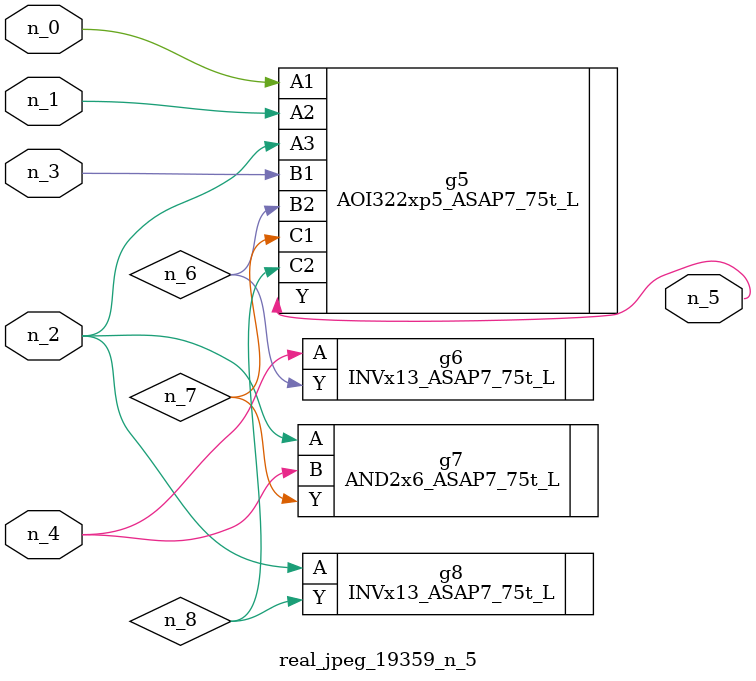
<source format=v>
module real_jpeg_19359_n_5 (n_4, n_0, n_1, n_2, n_3, n_5);

input n_4;
input n_0;
input n_1;
input n_2;
input n_3;

output n_5;

wire n_8;
wire n_6;
wire n_7;

AOI322xp5_ASAP7_75t_L g5 ( 
.A1(n_0),
.A2(n_1),
.A3(n_2),
.B1(n_3),
.B2(n_6),
.C1(n_7),
.C2(n_8),
.Y(n_5)
);

AND2x6_ASAP7_75t_L g7 ( 
.A(n_2),
.B(n_4),
.Y(n_7)
);

INVx13_ASAP7_75t_L g8 ( 
.A(n_2),
.Y(n_8)
);

INVx13_ASAP7_75t_L g6 ( 
.A(n_4),
.Y(n_6)
);


endmodule
</source>
